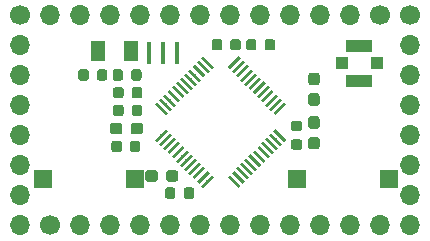
<source format=gts>
G04 #@! TF.GenerationSoftware,KiCad,Pcbnew,5.0.0-rc2-unknown-a288d61~65~ubuntu18.04.1*
G04 #@! TF.CreationDate,2018-06-29T09:55:17+02:00*
G04 #@! TF.ProjectId,STM32_Sensor_V4,53544D33325F53656E736F725F56342E,rev?*
G04 #@! TF.SameCoordinates,Original*
G04 #@! TF.FileFunction,Soldermask,Top*
G04 #@! TF.FilePolarity,Negative*
%FSLAX46Y46*%
G04 Gerber Fmt 4.6, Leading zero omitted, Abs format (unit mm)*
G04 Created by KiCad (PCBNEW 5.0.0-rc2-unknown-a288d61~65~ubuntu18.04.1) date Fri Jun 29 09:55:17 2018*
%MOMM*%
%LPD*%
G01*
G04 APERTURE LIST*
%ADD10R,0.400000X1.900000*%
%ADD11O,1.700000X1.700000*%
%ADD12C,1.700000*%
%ADD13R,1.500000X1.500000*%
%ADD14C,0.100000*%
%ADD15C,0.875000*%
%ADD16C,0.950000*%
%ADD17C,0.250000*%
%ADD18R,1.300000X1.800000*%
%ADD19R,2.200000X1.050000*%
%ADD20R,1.000000X1.000000*%
G04 APERTURE END LIST*
D10*
G04 #@! TO.C,Y2*
X141430000Y-94860000D03*
X140230000Y-94860000D03*
X139030000Y-94860000D03*
G04 #@! TD*
D11*
G04 #@! TO.C,J1*
X128160000Y-109470000D03*
X128160000Y-106930000D03*
X128160000Y-104390000D03*
X128160000Y-101850000D03*
X128160000Y-99310000D03*
X128160000Y-96770000D03*
X128160000Y-94230000D03*
D12*
X128160000Y-91690000D03*
G04 #@! TD*
D11*
G04 #@! TO.C,J4*
X161180000Y-109470000D03*
X161180000Y-106930000D03*
X161180000Y-104390000D03*
X161180000Y-101850000D03*
X161180000Y-99310000D03*
X161180000Y-96770000D03*
X161180000Y-94230000D03*
D12*
X161180000Y-91690000D03*
G04 #@! TD*
G04 #@! TO.C,J2*
X130700000Y-109470000D03*
D11*
X133240000Y-109470000D03*
X135780000Y-109470000D03*
X138320000Y-109470000D03*
X140860000Y-109470000D03*
X143400000Y-109470000D03*
X145940000Y-109470000D03*
X148480000Y-109470000D03*
X151020000Y-109470000D03*
X153560000Y-109470000D03*
X156100000Y-109470000D03*
X158640000Y-109470000D03*
G04 #@! TD*
D12*
G04 #@! TO.C,J3*
X158640000Y-91690000D03*
D11*
X156100000Y-91690000D03*
X153560000Y-91690000D03*
X151020000Y-91690000D03*
X148480000Y-91690000D03*
X145940000Y-91690000D03*
X143400000Y-91690000D03*
X140860000Y-91690000D03*
X138320000Y-91690000D03*
X135780000Y-91690000D03*
X133240000Y-91690000D03*
X130700000Y-91690000D03*
G04 #@! TD*
D13*
G04 #@! TO.C,SW1*
X137840000Y-105600000D03*
X130040000Y-105600000D03*
G04 #@! TD*
D14*
G04 #@! TO.C,C1*
G36*
X136552691Y-102326053D02*
X136573926Y-102329203D01*
X136594750Y-102334419D01*
X136614962Y-102341651D01*
X136634368Y-102350830D01*
X136652781Y-102361866D01*
X136670024Y-102374654D01*
X136685930Y-102389070D01*
X136700346Y-102404976D01*
X136713134Y-102422219D01*
X136724170Y-102440632D01*
X136733349Y-102460038D01*
X136740581Y-102480250D01*
X136745797Y-102501074D01*
X136748947Y-102522309D01*
X136750000Y-102543750D01*
X136750000Y-103056250D01*
X136748947Y-103077691D01*
X136745797Y-103098926D01*
X136740581Y-103119750D01*
X136733349Y-103139962D01*
X136724170Y-103159368D01*
X136713134Y-103177781D01*
X136700346Y-103195024D01*
X136685930Y-103210930D01*
X136670024Y-103225346D01*
X136652781Y-103238134D01*
X136634368Y-103249170D01*
X136614962Y-103258349D01*
X136594750Y-103265581D01*
X136573926Y-103270797D01*
X136552691Y-103273947D01*
X136531250Y-103275000D01*
X136093750Y-103275000D01*
X136072309Y-103273947D01*
X136051074Y-103270797D01*
X136030250Y-103265581D01*
X136010038Y-103258349D01*
X135990632Y-103249170D01*
X135972219Y-103238134D01*
X135954976Y-103225346D01*
X135939070Y-103210930D01*
X135924654Y-103195024D01*
X135911866Y-103177781D01*
X135900830Y-103159368D01*
X135891651Y-103139962D01*
X135884419Y-103119750D01*
X135879203Y-103098926D01*
X135876053Y-103077691D01*
X135875000Y-103056250D01*
X135875000Y-102543750D01*
X135876053Y-102522309D01*
X135879203Y-102501074D01*
X135884419Y-102480250D01*
X135891651Y-102460038D01*
X135900830Y-102440632D01*
X135911866Y-102422219D01*
X135924654Y-102404976D01*
X135939070Y-102389070D01*
X135954976Y-102374654D01*
X135972219Y-102361866D01*
X135990632Y-102350830D01*
X136010038Y-102341651D01*
X136030250Y-102334419D01*
X136051074Y-102329203D01*
X136072309Y-102326053D01*
X136093750Y-102325000D01*
X136531250Y-102325000D01*
X136552691Y-102326053D01*
X136552691Y-102326053D01*
G37*
D15*
X136312500Y-102800000D03*
D14*
G36*
X138127691Y-102326053D02*
X138148926Y-102329203D01*
X138169750Y-102334419D01*
X138189962Y-102341651D01*
X138209368Y-102350830D01*
X138227781Y-102361866D01*
X138245024Y-102374654D01*
X138260930Y-102389070D01*
X138275346Y-102404976D01*
X138288134Y-102422219D01*
X138299170Y-102440632D01*
X138308349Y-102460038D01*
X138315581Y-102480250D01*
X138320797Y-102501074D01*
X138323947Y-102522309D01*
X138325000Y-102543750D01*
X138325000Y-103056250D01*
X138323947Y-103077691D01*
X138320797Y-103098926D01*
X138315581Y-103119750D01*
X138308349Y-103139962D01*
X138299170Y-103159368D01*
X138288134Y-103177781D01*
X138275346Y-103195024D01*
X138260930Y-103210930D01*
X138245024Y-103225346D01*
X138227781Y-103238134D01*
X138209368Y-103249170D01*
X138189962Y-103258349D01*
X138169750Y-103265581D01*
X138148926Y-103270797D01*
X138127691Y-103273947D01*
X138106250Y-103275000D01*
X137668750Y-103275000D01*
X137647309Y-103273947D01*
X137626074Y-103270797D01*
X137605250Y-103265581D01*
X137585038Y-103258349D01*
X137565632Y-103249170D01*
X137547219Y-103238134D01*
X137529976Y-103225346D01*
X137514070Y-103210930D01*
X137499654Y-103195024D01*
X137486866Y-103177781D01*
X137475830Y-103159368D01*
X137466651Y-103139962D01*
X137459419Y-103119750D01*
X137454203Y-103098926D01*
X137451053Y-103077691D01*
X137450000Y-103056250D01*
X137450000Y-102543750D01*
X137451053Y-102522309D01*
X137454203Y-102501074D01*
X137459419Y-102480250D01*
X137466651Y-102460038D01*
X137475830Y-102440632D01*
X137486866Y-102422219D01*
X137499654Y-102404976D01*
X137514070Y-102389070D01*
X137529976Y-102374654D01*
X137547219Y-102361866D01*
X137565632Y-102350830D01*
X137585038Y-102341651D01*
X137605250Y-102334419D01*
X137626074Y-102329203D01*
X137647309Y-102326053D01*
X137668750Y-102325000D01*
X138106250Y-102325000D01*
X138127691Y-102326053D01*
X138127691Y-102326053D01*
G37*
D15*
X137887500Y-102800000D03*
G04 #@! TD*
D14*
G04 #@! TO.C,C2*
G36*
X151827691Y-100626053D02*
X151848926Y-100629203D01*
X151869750Y-100634419D01*
X151889962Y-100641651D01*
X151909368Y-100650830D01*
X151927781Y-100661866D01*
X151945024Y-100674654D01*
X151960930Y-100689070D01*
X151975346Y-100704976D01*
X151988134Y-100722219D01*
X151999170Y-100740632D01*
X152008349Y-100760038D01*
X152015581Y-100780250D01*
X152020797Y-100801074D01*
X152023947Y-100822309D01*
X152025000Y-100843750D01*
X152025000Y-101281250D01*
X152023947Y-101302691D01*
X152020797Y-101323926D01*
X152015581Y-101344750D01*
X152008349Y-101364962D01*
X151999170Y-101384368D01*
X151988134Y-101402781D01*
X151975346Y-101420024D01*
X151960930Y-101435930D01*
X151945024Y-101450346D01*
X151927781Y-101463134D01*
X151909368Y-101474170D01*
X151889962Y-101483349D01*
X151869750Y-101490581D01*
X151848926Y-101495797D01*
X151827691Y-101498947D01*
X151806250Y-101500000D01*
X151293750Y-101500000D01*
X151272309Y-101498947D01*
X151251074Y-101495797D01*
X151230250Y-101490581D01*
X151210038Y-101483349D01*
X151190632Y-101474170D01*
X151172219Y-101463134D01*
X151154976Y-101450346D01*
X151139070Y-101435930D01*
X151124654Y-101420024D01*
X151111866Y-101402781D01*
X151100830Y-101384368D01*
X151091651Y-101364962D01*
X151084419Y-101344750D01*
X151079203Y-101323926D01*
X151076053Y-101302691D01*
X151075000Y-101281250D01*
X151075000Y-100843750D01*
X151076053Y-100822309D01*
X151079203Y-100801074D01*
X151084419Y-100780250D01*
X151091651Y-100760038D01*
X151100830Y-100740632D01*
X151111866Y-100722219D01*
X151124654Y-100704976D01*
X151139070Y-100689070D01*
X151154976Y-100674654D01*
X151172219Y-100661866D01*
X151190632Y-100650830D01*
X151210038Y-100641651D01*
X151230250Y-100634419D01*
X151251074Y-100629203D01*
X151272309Y-100626053D01*
X151293750Y-100625000D01*
X151806250Y-100625000D01*
X151827691Y-100626053D01*
X151827691Y-100626053D01*
G37*
D15*
X151550000Y-101062500D03*
D14*
G36*
X151827691Y-102201053D02*
X151848926Y-102204203D01*
X151869750Y-102209419D01*
X151889962Y-102216651D01*
X151909368Y-102225830D01*
X151927781Y-102236866D01*
X151945024Y-102249654D01*
X151960930Y-102264070D01*
X151975346Y-102279976D01*
X151988134Y-102297219D01*
X151999170Y-102315632D01*
X152008349Y-102335038D01*
X152015581Y-102355250D01*
X152020797Y-102376074D01*
X152023947Y-102397309D01*
X152025000Y-102418750D01*
X152025000Y-102856250D01*
X152023947Y-102877691D01*
X152020797Y-102898926D01*
X152015581Y-102919750D01*
X152008349Y-102939962D01*
X151999170Y-102959368D01*
X151988134Y-102977781D01*
X151975346Y-102995024D01*
X151960930Y-103010930D01*
X151945024Y-103025346D01*
X151927781Y-103038134D01*
X151909368Y-103049170D01*
X151889962Y-103058349D01*
X151869750Y-103065581D01*
X151848926Y-103070797D01*
X151827691Y-103073947D01*
X151806250Y-103075000D01*
X151293750Y-103075000D01*
X151272309Y-103073947D01*
X151251074Y-103070797D01*
X151230250Y-103065581D01*
X151210038Y-103058349D01*
X151190632Y-103049170D01*
X151172219Y-103038134D01*
X151154976Y-103025346D01*
X151139070Y-103010930D01*
X151124654Y-102995024D01*
X151111866Y-102977781D01*
X151100830Y-102959368D01*
X151091651Y-102939962D01*
X151084419Y-102919750D01*
X151079203Y-102898926D01*
X151076053Y-102877691D01*
X151075000Y-102856250D01*
X151075000Y-102418750D01*
X151076053Y-102397309D01*
X151079203Y-102376074D01*
X151084419Y-102355250D01*
X151091651Y-102335038D01*
X151100830Y-102315632D01*
X151111866Y-102297219D01*
X151124654Y-102279976D01*
X151139070Y-102264070D01*
X151154976Y-102249654D01*
X151172219Y-102236866D01*
X151190632Y-102225830D01*
X151210038Y-102216651D01*
X151230250Y-102209419D01*
X151251074Y-102204203D01*
X151272309Y-102201053D01*
X151293750Y-102200000D01*
X151806250Y-102200000D01*
X151827691Y-102201053D01*
X151827691Y-102201053D01*
G37*
D15*
X151550000Y-102637500D03*
G04 #@! TD*
D14*
G04 #@! TO.C,C3*
G36*
X147952691Y-93726053D02*
X147973926Y-93729203D01*
X147994750Y-93734419D01*
X148014962Y-93741651D01*
X148034368Y-93750830D01*
X148052781Y-93761866D01*
X148070024Y-93774654D01*
X148085930Y-93789070D01*
X148100346Y-93804976D01*
X148113134Y-93822219D01*
X148124170Y-93840632D01*
X148133349Y-93860038D01*
X148140581Y-93880250D01*
X148145797Y-93901074D01*
X148148947Y-93922309D01*
X148150000Y-93943750D01*
X148150000Y-94456250D01*
X148148947Y-94477691D01*
X148145797Y-94498926D01*
X148140581Y-94519750D01*
X148133349Y-94539962D01*
X148124170Y-94559368D01*
X148113134Y-94577781D01*
X148100346Y-94595024D01*
X148085930Y-94610930D01*
X148070024Y-94625346D01*
X148052781Y-94638134D01*
X148034368Y-94649170D01*
X148014962Y-94658349D01*
X147994750Y-94665581D01*
X147973926Y-94670797D01*
X147952691Y-94673947D01*
X147931250Y-94675000D01*
X147493750Y-94675000D01*
X147472309Y-94673947D01*
X147451074Y-94670797D01*
X147430250Y-94665581D01*
X147410038Y-94658349D01*
X147390632Y-94649170D01*
X147372219Y-94638134D01*
X147354976Y-94625346D01*
X147339070Y-94610930D01*
X147324654Y-94595024D01*
X147311866Y-94577781D01*
X147300830Y-94559368D01*
X147291651Y-94539962D01*
X147284419Y-94519750D01*
X147279203Y-94498926D01*
X147276053Y-94477691D01*
X147275000Y-94456250D01*
X147275000Y-93943750D01*
X147276053Y-93922309D01*
X147279203Y-93901074D01*
X147284419Y-93880250D01*
X147291651Y-93860038D01*
X147300830Y-93840632D01*
X147311866Y-93822219D01*
X147324654Y-93804976D01*
X147339070Y-93789070D01*
X147354976Y-93774654D01*
X147372219Y-93761866D01*
X147390632Y-93750830D01*
X147410038Y-93741651D01*
X147430250Y-93734419D01*
X147451074Y-93729203D01*
X147472309Y-93726053D01*
X147493750Y-93725000D01*
X147931250Y-93725000D01*
X147952691Y-93726053D01*
X147952691Y-93726053D01*
G37*
D15*
X147712500Y-94200000D03*
D14*
G36*
X149527691Y-93726053D02*
X149548926Y-93729203D01*
X149569750Y-93734419D01*
X149589962Y-93741651D01*
X149609368Y-93750830D01*
X149627781Y-93761866D01*
X149645024Y-93774654D01*
X149660930Y-93789070D01*
X149675346Y-93804976D01*
X149688134Y-93822219D01*
X149699170Y-93840632D01*
X149708349Y-93860038D01*
X149715581Y-93880250D01*
X149720797Y-93901074D01*
X149723947Y-93922309D01*
X149725000Y-93943750D01*
X149725000Y-94456250D01*
X149723947Y-94477691D01*
X149720797Y-94498926D01*
X149715581Y-94519750D01*
X149708349Y-94539962D01*
X149699170Y-94559368D01*
X149688134Y-94577781D01*
X149675346Y-94595024D01*
X149660930Y-94610930D01*
X149645024Y-94625346D01*
X149627781Y-94638134D01*
X149609368Y-94649170D01*
X149589962Y-94658349D01*
X149569750Y-94665581D01*
X149548926Y-94670797D01*
X149527691Y-94673947D01*
X149506250Y-94675000D01*
X149068750Y-94675000D01*
X149047309Y-94673947D01*
X149026074Y-94670797D01*
X149005250Y-94665581D01*
X148985038Y-94658349D01*
X148965632Y-94649170D01*
X148947219Y-94638134D01*
X148929976Y-94625346D01*
X148914070Y-94610930D01*
X148899654Y-94595024D01*
X148886866Y-94577781D01*
X148875830Y-94559368D01*
X148866651Y-94539962D01*
X148859419Y-94519750D01*
X148854203Y-94498926D01*
X148851053Y-94477691D01*
X148850000Y-94456250D01*
X148850000Y-93943750D01*
X148851053Y-93922309D01*
X148854203Y-93901074D01*
X148859419Y-93880250D01*
X148866651Y-93860038D01*
X148875830Y-93840632D01*
X148886866Y-93822219D01*
X148899654Y-93804976D01*
X148914070Y-93789070D01*
X148929976Y-93774654D01*
X148947219Y-93761866D01*
X148965632Y-93750830D01*
X148985038Y-93741651D01*
X149005250Y-93734419D01*
X149026074Y-93729203D01*
X149047309Y-93726053D01*
X149068750Y-93725000D01*
X149506250Y-93725000D01*
X149527691Y-93726053D01*
X149527691Y-93726053D01*
G37*
D15*
X149287500Y-94200000D03*
G04 #@! TD*
D14*
G04 #@! TO.C,C4*
G36*
X141102691Y-106276053D02*
X141123926Y-106279203D01*
X141144750Y-106284419D01*
X141164962Y-106291651D01*
X141184368Y-106300830D01*
X141202781Y-106311866D01*
X141220024Y-106324654D01*
X141235930Y-106339070D01*
X141250346Y-106354976D01*
X141263134Y-106372219D01*
X141274170Y-106390632D01*
X141283349Y-106410038D01*
X141290581Y-106430250D01*
X141295797Y-106451074D01*
X141298947Y-106472309D01*
X141300000Y-106493750D01*
X141300000Y-107006250D01*
X141298947Y-107027691D01*
X141295797Y-107048926D01*
X141290581Y-107069750D01*
X141283349Y-107089962D01*
X141274170Y-107109368D01*
X141263134Y-107127781D01*
X141250346Y-107145024D01*
X141235930Y-107160930D01*
X141220024Y-107175346D01*
X141202781Y-107188134D01*
X141184368Y-107199170D01*
X141164962Y-107208349D01*
X141144750Y-107215581D01*
X141123926Y-107220797D01*
X141102691Y-107223947D01*
X141081250Y-107225000D01*
X140643750Y-107225000D01*
X140622309Y-107223947D01*
X140601074Y-107220797D01*
X140580250Y-107215581D01*
X140560038Y-107208349D01*
X140540632Y-107199170D01*
X140522219Y-107188134D01*
X140504976Y-107175346D01*
X140489070Y-107160930D01*
X140474654Y-107145024D01*
X140461866Y-107127781D01*
X140450830Y-107109368D01*
X140441651Y-107089962D01*
X140434419Y-107069750D01*
X140429203Y-107048926D01*
X140426053Y-107027691D01*
X140425000Y-107006250D01*
X140425000Y-106493750D01*
X140426053Y-106472309D01*
X140429203Y-106451074D01*
X140434419Y-106430250D01*
X140441651Y-106410038D01*
X140450830Y-106390632D01*
X140461866Y-106372219D01*
X140474654Y-106354976D01*
X140489070Y-106339070D01*
X140504976Y-106324654D01*
X140522219Y-106311866D01*
X140540632Y-106300830D01*
X140560038Y-106291651D01*
X140580250Y-106284419D01*
X140601074Y-106279203D01*
X140622309Y-106276053D01*
X140643750Y-106275000D01*
X141081250Y-106275000D01*
X141102691Y-106276053D01*
X141102691Y-106276053D01*
G37*
D15*
X140862500Y-106750000D03*
D14*
G36*
X142677691Y-106276053D02*
X142698926Y-106279203D01*
X142719750Y-106284419D01*
X142739962Y-106291651D01*
X142759368Y-106300830D01*
X142777781Y-106311866D01*
X142795024Y-106324654D01*
X142810930Y-106339070D01*
X142825346Y-106354976D01*
X142838134Y-106372219D01*
X142849170Y-106390632D01*
X142858349Y-106410038D01*
X142865581Y-106430250D01*
X142870797Y-106451074D01*
X142873947Y-106472309D01*
X142875000Y-106493750D01*
X142875000Y-107006250D01*
X142873947Y-107027691D01*
X142870797Y-107048926D01*
X142865581Y-107069750D01*
X142858349Y-107089962D01*
X142849170Y-107109368D01*
X142838134Y-107127781D01*
X142825346Y-107145024D01*
X142810930Y-107160930D01*
X142795024Y-107175346D01*
X142777781Y-107188134D01*
X142759368Y-107199170D01*
X142739962Y-107208349D01*
X142719750Y-107215581D01*
X142698926Y-107220797D01*
X142677691Y-107223947D01*
X142656250Y-107225000D01*
X142218750Y-107225000D01*
X142197309Y-107223947D01*
X142176074Y-107220797D01*
X142155250Y-107215581D01*
X142135038Y-107208349D01*
X142115632Y-107199170D01*
X142097219Y-107188134D01*
X142079976Y-107175346D01*
X142064070Y-107160930D01*
X142049654Y-107145024D01*
X142036866Y-107127781D01*
X142025830Y-107109368D01*
X142016651Y-107089962D01*
X142009419Y-107069750D01*
X142004203Y-107048926D01*
X142001053Y-107027691D01*
X142000000Y-107006250D01*
X142000000Y-106493750D01*
X142001053Y-106472309D01*
X142004203Y-106451074D01*
X142009419Y-106430250D01*
X142016651Y-106410038D01*
X142025830Y-106390632D01*
X142036866Y-106372219D01*
X142049654Y-106354976D01*
X142064070Y-106339070D01*
X142079976Y-106324654D01*
X142097219Y-106311866D01*
X142115632Y-106300830D01*
X142135038Y-106291651D01*
X142155250Y-106284419D01*
X142176074Y-106279203D01*
X142197309Y-106276053D01*
X142218750Y-106275000D01*
X142656250Y-106275000D01*
X142677691Y-106276053D01*
X142677691Y-106276053D01*
G37*
D15*
X142437500Y-106750000D03*
G04 #@! TD*
D14*
G04 #@! TO.C,C5*
G36*
X138277691Y-99276053D02*
X138298926Y-99279203D01*
X138319750Y-99284419D01*
X138339962Y-99291651D01*
X138359368Y-99300830D01*
X138377781Y-99311866D01*
X138395024Y-99324654D01*
X138410930Y-99339070D01*
X138425346Y-99354976D01*
X138438134Y-99372219D01*
X138449170Y-99390632D01*
X138458349Y-99410038D01*
X138465581Y-99430250D01*
X138470797Y-99451074D01*
X138473947Y-99472309D01*
X138475000Y-99493750D01*
X138475000Y-100006250D01*
X138473947Y-100027691D01*
X138470797Y-100048926D01*
X138465581Y-100069750D01*
X138458349Y-100089962D01*
X138449170Y-100109368D01*
X138438134Y-100127781D01*
X138425346Y-100145024D01*
X138410930Y-100160930D01*
X138395024Y-100175346D01*
X138377781Y-100188134D01*
X138359368Y-100199170D01*
X138339962Y-100208349D01*
X138319750Y-100215581D01*
X138298926Y-100220797D01*
X138277691Y-100223947D01*
X138256250Y-100225000D01*
X137818750Y-100225000D01*
X137797309Y-100223947D01*
X137776074Y-100220797D01*
X137755250Y-100215581D01*
X137735038Y-100208349D01*
X137715632Y-100199170D01*
X137697219Y-100188134D01*
X137679976Y-100175346D01*
X137664070Y-100160930D01*
X137649654Y-100145024D01*
X137636866Y-100127781D01*
X137625830Y-100109368D01*
X137616651Y-100089962D01*
X137609419Y-100069750D01*
X137604203Y-100048926D01*
X137601053Y-100027691D01*
X137600000Y-100006250D01*
X137600000Y-99493750D01*
X137601053Y-99472309D01*
X137604203Y-99451074D01*
X137609419Y-99430250D01*
X137616651Y-99410038D01*
X137625830Y-99390632D01*
X137636866Y-99372219D01*
X137649654Y-99354976D01*
X137664070Y-99339070D01*
X137679976Y-99324654D01*
X137697219Y-99311866D01*
X137715632Y-99300830D01*
X137735038Y-99291651D01*
X137755250Y-99284419D01*
X137776074Y-99279203D01*
X137797309Y-99276053D01*
X137818750Y-99275000D01*
X138256250Y-99275000D01*
X138277691Y-99276053D01*
X138277691Y-99276053D01*
G37*
D15*
X138037500Y-99750000D03*
D14*
G36*
X136702691Y-99276053D02*
X136723926Y-99279203D01*
X136744750Y-99284419D01*
X136764962Y-99291651D01*
X136784368Y-99300830D01*
X136802781Y-99311866D01*
X136820024Y-99324654D01*
X136835930Y-99339070D01*
X136850346Y-99354976D01*
X136863134Y-99372219D01*
X136874170Y-99390632D01*
X136883349Y-99410038D01*
X136890581Y-99430250D01*
X136895797Y-99451074D01*
X136898947Y-99472309D01*
X136900000Y-99493750D01*
X136900000Y-100006250D01*
X136898947Y-100027691D01*
X136895797Y-100048926D01*
X136890581Y-100069750D01*
X136883349Y-100089962D01*
X136874170Y-100109368D01*
X136863134Y-100127781D01*
X136850346Y-100145024D01*
X136835930Y-100160930D01*
X136820024Y-100175346D01*
X136802781Y-100188134D01*
X136784368Y-100199170D01*
X136764962Y-100208349D01*
X136744750Y-100215581D01*
X136723926Y-100220797D01*
X136702691Y-100223947D01*
X136681250Y-100225000D01*
X136243750Y-100225000D01*
X136222309Y-100223947D01*
X136201074Y-100220797D01*
X136180250Y-100215581D01*
X136160038Y-100208349D01*
X136140632Y-100199170D01*
X136122219Y-100188134D01*
X136104976Y-100175346D01*
X136089070Y-100160930D01*
X136074654Y-100145024D01*
X136061866Y-100127781D01*
X136050830Y-100109368D01*
X136041651Y-100089962D01*
X136034419Y-100069750D01*
X136029203Y-100048926D01*
X136026053Y-100027691D01*
X136025000Y-100006250D01*
X136025000Y-99493750D01*
X136026053Y-99472309D01*
X136029203Y-99451074D01*
X136034419Y-99430250D01*
X136041651Y-99410038D01*
X136050830Y-99390632D01*
X136061866Y-99372219D01*
X136074654Y-99354976D01*
X136089070Y-99339070D01*
X136104976Y-99324654D01*
X136122219Y-99311866D01*
X136140632Y-99300830D01*
X136160038Y-99291651D01*
X136180250Y-99284419D01*
X136201074Y-99279203D01*
X136222309Y-99276053D01*
X136243750Y-99275000D01*
X136681250Y-99275000D01*
X136702691Y-99276053D01*
X136702691Y-99276053D01*
G37*
D15*
X136462500Y-99750000D03*
G04 #@! TD*
D14*
G04 #@! TO.C,C6*
G36*
X138277691Y-97776053D02*
X138298926Y-97779203D01*
X138319750Y-97784419D01*
X138339962Y-97791651D01*
X138359368Y-97800830D01*
X138377781Y-97811866D01*
X138395024Y-97824654D01*
X138410930Y-97839070D01*
X138425346Y-97854976D01*
X138438134Y-97872219D01*
X138449170Y-97890632D01*
X138458349Y-97910038D01*
X138465581Y-97930250D01*
X138470797Y-97951074D01*
X138473947Y-97972309D01*
X138475000Y-97993750D01*
X138475000Y-98506250D01*
X138473947Y-98527691D01*
X138470797Y-98548926D01*
X138465581Y-98569750D01*
X138458349Y-98589962D01*
X138449170Y-98609368D01*
X138438134Y-98627781D01*
X138425346Y-98645024D01*
X138410930Y-98660930D01*
X138395024Y-98675346D01*
X138377781Y-98688134D01*
X138359368Y-98699170D01*
X138339962Y-98708349D01*
X138319750Y-98715581D01*
X138298926Y-98720797D01*
X138277691Y-98723947D01*
X138256250Y-98725000D01*
X137818750Y-98725000D01*
X137797309Y-98723947D01*
X137776074Y-98720797D01*
X137755250Y-98715581D01*
X137735038Y-98708349D01*
X137715632Y-98699170D01*
X137697219Y-98688134D01*
X137679976Y-98675346D01*
X137664070Y-98660930D01*
X137649654Y-98645024D01*
X137636866Y-98627781D01*
X137625830Y-98609368D01*
X137616651Y-98589962D01*
X137609419Y-98569750D01*
X137604203Y-98548926D01*
X137601053Y-98527691D01*
X137600000Y-98506250D01*
X137600000Y-97993750D01*
X137601053Y-97972309D01*
X137604203Y-97951074D01*
X137609419Y-97930250D01*
X137616651Y-97910038D01*
X137625830Y-97890632D01*
X137636866Y-97872219D01*
X137649654Y-97854976D01*
X137664070Y-97839070D01*
X137679976Y-97824654D01*
X137697219Y-97811866D01*
X137715632Y-97800830D01*
X137735038Y-97791651D01*
X137755250Y-97784419D01*
X137776074Y-97779203D01*
X137797309Y-97776053D01*
X137818750Y-97775000D01*
X138256250Y-97775000D01*
X138277691Y-97776053D01*
X138277691Y-97776053D01*
G37*
D15*
X138037500Y-98250000D03*
D14*
G36*
X136702691Y-97776053D02*
X136723926Y-97779203D01*
X136744750Y-97784419D01*
X136764962Y-97791651D01*
X136784368Y-97800830D01*
X136802781Y-97811866D01*
X136820024Y-97824654D01*
X136835930Y-97839070D01*
X136850346Y-97854976D01*
X136863134Y-97872219D01*
X136874170Y-97890632D01*
X136883349Y-97910038D01*
X136890581Y-97930250D01*
X136895797Y-97951074D01*
X136898947Y-97972309D01*
X136900000Y-97993750D01*
X136900000Y-98506250D01*
X136898947Y-98527691D01*
X136895797Y-98548926D01*
X136890581Y-98569750D01*
X136883349Y-98589962D01*
X136874170Y-98609368D01*
X136863134Y-98627781D01*
X136850346Y-98645024D01*
X136835930Y-98660930D01*
X136820024Y-98675346D01*
X136802781Y-98688134D01*
X136784368Y-98699170D01*
X136764962Y-98708349D01*
X136744750Y-98715581D01*
X136723926Y-98720797D01*
X136702691Y-98723947D01*
X136681250Y-98725000D01*
X136243750Y-98725000D01*
X136222309Y-98723947D01*
X136201074Y-98720797D01*
X136180250Y-98715581D01*
X136160038Y-98708349D01*
X136140632Y-98699170D01*
X136122219Y-98688134D01*
X136104976Y-98675346D01*
X136089070Y-98660930D01*
X136074654Y-98645024D01*
X136061866Y-98627781D01*
X136050830Y-98609368D01*
X136041651Y-98589962D01*
X136034419Y-98569750D01*
X136029203Y-98548926D01*
X136026053Y-98527691D01*
X136025000Y-98506250D01*
X136025000Y-97993750D01*
X136026053Y-97972309D01*
X136029203Y-97951074D01*
X136034419Y-97930250D01*
X136041651Y-97910038D01*
X136050830Y-97890632D01*
X136061866Y-97872219D01*
X136074654Y-97854976D01*
X136089070Y-97839070D01*
X136104976Y-97824654D01*
X136122219Y-97811866D01*
X136140632Y-97800830D01*
X136160038Y-97791651D01*
X136180250Y-97784419D01*
X136201074Y-97779203D01*
X136222309Y-97776053D01*
X136243750Y-97775000D01*
X136681250Y-97775000D01*
X136702691Y-97776053D01*
X136702691Y-97776053D01*
G37*
D15*
X136462500Y-98250000D03*
G04 #@! TD*
D14*
G04 #@! TO.C,C7*
G36*
X145052691Y-93726053D02*
X145073926Y-93729203D01*
X145094750Y-93734419D01*
X145114962Y-93741651D01*
X145134368Y-93750830D01*
X145152781Y-93761866D01*
X145170024Y-93774654D01*
X145185930Y-93789070D01*
X145200346Y-93804976D01*
X145213134Y-93822219D01*
X145224170Y-93840632D01*
X145233349Y-93860038D01*
X145240581Y-93880250D01*
X145245797Y-93901074D01*
X145248947Y-93922309D01*
X145250000Y-93943750D01*
X145250000Y-94456250D01*
X145248947Y-94477691D01*
X145245797Y-94498926D01*
X145240581Y-94519750D01*
X145233349Y-94539962D01*
X145224170Y-94559368D01*
X145213134Y-94577781D01*
X145200346Y-94595024D01*
X145185930Y-94610930D01*
X145170024Y-94625346D01*
X145152781Y-94638134D01*
X145134368Y-94649170D01*
X145114962Y-94658349D01*
X145094750Y-94665581D01*
X145073926Y-94670797D01*
X145052691Y-94673947D01*
X145031250Y-94675000D01*
X144593750Y-94675000D01*
X144572309Y-94673947D01*
X144551074Y-94670797D01*
X144530250Y-94665581D01*
X144510038Y-94658349D01*
X144490632Y-94649170D01*
X144472219Y-94638134D01*
X144454976Y-94625346D01*
X144439070Y-94610930D01*
X144424654Y-94595024D01*
X144411866Y-94577781D01*
X144400830Y-94559368D01*
X144391651Y-94539962D01*
X144384419Y-94519750D01*
X144379203Y-94498926D01*
X144376053Y-94477691D01*
X144375000Y-94456250D01*
X144375000Y-93943750D01*
X144376053Y-93922309D01*
X144379203Y-93901074D01*
X144384419Y-93880250D01*
X144391651Y-93860038D01*
X144400830Y-93840632D01*
X144411866Y-93822219D01*
X144424654Y-93804976D01*
X144439070Y-93789070D01*
X144454976Y-93774654D01*
X144472219Y-93761866D01*
X144490632Y-93750830D01*
X144510038Y-93741651D01*
X144530250Y-93734419D01*
X144551074Y-93729203D01*
X144572309Y-93726053D01*
X144593750Y-93725000D01*
X145031250Y-93725000D01*
X145052691Y-93726053D01*
X145052691Y-93726053D01*
G37*
D15*
X144812500Y-94200000D03*
D14*
G36*
X146627691Y-93726053D02*
X146648926Y-93729203D01*
X146669750Y-93734419D01*
X146689962Y-93741651D01*
X146709368Y-93750830D01*
X146727781Y-93761866D01*
X146745024Y-93774654D01*
X146760930Y-93789070D01*
X146775346Y-93804976D01*
X146788134Y-93822219D01*
X146799170Y-93840632D01*
X146808349Y-93860038D01*
X146815581Y-93880250D01*
X146820797Y-93901074D01*
X146823947Y-93922309D01*
X146825000Y-93943750D01*
X146825000Y-94456250D01*
X146823947Y-94477691D01*
X146820797Y-94498926D01*
X146815581Y-94519750D01*
X146808349Y-94539962D01*
X146799170Y-94559368D01*
X146788134Y-94577781D01*
X146775346Y-94595024D01*
X146760930Y-94610930D01*
X146745024Y-94625346D01*
X146727781Y-94638134D01*
X146709368Y-94649170D01*
X146689962Y-94658349D01*
X146669750Y-94665581D01*
X146648926Y-94670797D01*
X146627691Y-94673947D01*
X146606250Y-94675000D01*
X146168750Y-94675000D01*
X146147309Y-94673947D01*
X146126074Y-94670797D01*
X146105250Y-94665581D01*
X146085038Y-94658349D01*
X146065632Y-94649170D01*
X146047219Y-94638134D01*
X146029976Y-94625346D01*
X146014070Y-94610930D01*
X145999654Y-94595024D01*
X145986866Y-94577781D01*
X145975830Y-94559368D01*
X145966651Y-94539962D01*
X145959419Y-94519750D01*
X145954203Y-94498926D01*
X145951053Y-94477691D01*
X145950000Y-94456250D01*
X145950000Y-93943750D01*
X145951053Y-93922309D01*
X145954203Y-93901074D01*
X145959419Y-93880250D01*
X145966651Y-93860038D01*
X145975830Y-93840632D01*
X145986866Y-93822219D01*
X145999654Y-93804976D01*
X146014070Y-93789070D01*
X146029976Y-93774654D01*
X146047219Y-93761866D01*
X146065632Y-93750830D01*
X146085038Y-93741651D01*
X146105250Y-93734419D01*
X146126074Y-93729203D01*
X146147309Y-93726053D01*
X146168750Y-93725000D01*
X146606250Y-93725000D01*
X146627691Y-93726053D01*
X146627691Y-93726053D01*
G37*
D15*
X146387500Y-94200000D03*
G04 #@! TD*
D14*
G04 #@! TO.C,C8*
G36*
X133752691Y-96276053D02*
X133773926Y-96279203D01*
X133794750Y-96284419D01*
X133814962Y-96291651D01*
X133834368Y-96300830D01*
X133852781Y-96311866D01*
X133870024Y-96324654D01*
X133885930Y-96339070D01*
X133900346Y-96354976D01*
X133913134Y-96372219D01*
X133924170Y-96390632D01*
X133933349Y-96410038D01*
X133940581Y-96430250D01*
X133945797Y-96451074D01*
X133948947Y-96472309D01*
X133950000Y-96493750D01*
X133950000Y-97006250D01*
X133948947Y-97027691D01*
X133945797Y-97048926D01*
X133940581Y-97069750D01*
X133933349Y-97089962D01*
X133924170Y-97109368D01*
X133913134Y-97127781D01*
X133900346Y-97145024D01*
X133885930Y-97160930D01*
X133870024Y-97175346D01*
X133852781Y-97188134D01*
X133834368Y-97199170D01*
X133814962Y-97208349D01*
X133794750Y-97215581D01*
X133773926Y-97220797D01*
X133752691Y-97223947D01*
X133731250Y-97225000D01*
X133293750Y-97225000D01*
X133272309Y-97223947D01*
X133251074Y-97220797D01*
X133230250Y-97215581D01*
X133210038Y-97208349D01*
X133190632Y-97199170D01*
X133172219Y-97188134D01*
X133154976Y-97175346D01*
X133139070Y-97160930D01*
X133124654Y-97145024D01*
X133111866Y-97127781D01*
X133100830Y-97109368D01*
X133091651Y-97089962D01*
X133084419Y-97069750D01*
X133079203Y-97048926D01*
X133076053Y-97027691D01*
X133075000Y-97006250D01*
X133075000Y-96493750D01*
X133076053Y-96472309D01*
X133079203Y-96451074D01*
X133084419Y-96430250D01*
X133091651Y-96410038D01*
X133100830Y-96390632D01*
X133111866Y-96372219D01*
X133124654Y-96354976D01*
X133139070Y-96339070D01*
X133154976Y-96324654D01*
X133172219Y-96311866D01*
X133190632Y-96300830D01*
X133210038Y-96291651D01*
X133230250Y-96284419D01*
X133251074Y-96279203D01*
X133272309Y-96276053D01*
X133293750Y-96275000D01*
X133731250Y-96275000D01*
X133752691Y-96276053D01*
X133752691Y-96276053D01*
G37*
D15*
X133512500Y-96750000D03*
D14*
G36*
X135327691Y-96276053D02*
X135348926Y-96279203D01*
X135369750Y-96284419D01*
X135389962Y-96291651D01*
X135409368Y-96300830D01*
X135427781Y-96311866D01*
X135445024Y-96324654D01*
X135460930Y-96339070D01*
X135475346Y-96354976D01*
X135488134Y-96372219D01*
X135499170Y-96390632D01*
X135508349Y-96410038D01*
X135515581Y-96430250D01*
X135520797Y-96451074D01*
X135523947Y-96472309D01*
X135525000Y-96493750D01*
X135525000Y-97006250D01*
X135523947Y-97027691D01*
X135520797Y-97048926D01*
X135515581Y-97069750D01*
X135508349Y-97089962D01*
X135499170Y-97109368D01*
X135488134Y-97127781D01*
X135475346Y-97145024D01*
X135460930Y-97160930D01*
X135445024Y-97175346D01*
X135427781Y-97188134D01*
X135409368Y-97199170D01*
X135389962Y-97208349D01*
X135369750Y-97215581D01*
X135348926Y-97220797D01*
X135327691Y-97223947D01*
X135306250Y-97225000D01*
X134868750Y-97225000D01*
X134847309Y-97223947D01*
X134826074Y-97220797D01*
X134805250Y-97215581D01*
X134785038Y-97208349D01*
X134765632Y-97199170D01*
X134747219Y-97188134D01*
X134729976Y-97175346D01*
X134714070Y-97160930D01*
X134699654Y-97145024D01*
X134686866Y-97127781D01*
X134675830Y-97109368D01*
X134666651Y-97089962D01*
X134659419Y-97069750D01*
X134654203Y-97048926D01*
X134651053Y-97027691D01*
X134650000Y-97006250D01*
X134650000Y-96493750D01*
X134651053Y-96472309D01*
X134654203Y-96451074D01*
X134659419Y-96430250D01*
X134666651Y-96410038D01*
X134675830Y-96390632D01*
X134686866Y-96372219D01*
X134699654Y-96354976D01*
X134714070Y-96339070D01*
X134729976Y-96324654D01*
X134747219Y-96311866D01*
X134765632Y-96300830D01*
X134785038Y-96291651D01*
X134805250Y-96284419D01*
X134826074Y-96279203D01*
X134847309Y-96276053D01*
X134868750Y-96275000D01*
X135306250Y-96275000D01*
X135327691Y-96276053D01*
X135327691Y-96276053D01*
G37*
D15*
X135087500Y-96750000D03*
G04 #@! TD*
D14*
G04 #@! TO.C,C9*
G36*
X136652691Y-96276053D02*
X136673926Y-96279203D01*
X136694750Y-96284419D01*
X136714962Y-96291651D01*
X136734368Y-96300830D01*
X136752781Y-96311866D01*
X136770024Y-96324654D01*
X136785930Y-96339070D01*
X136800346Y-96354976D01*
X136813134Y-96372219D01*
X136824170Y-96390632D01*
X136833349Y-96410038D01*
X136840581Y-96430250D01*
X136845797Y-96451074D01*
X136848947Y-96472309D01*
X136850000Y-96493750D01*
X136850000Y-97006250D01*
X136848947Y-97027691D01*
X136845797Y-97048926D01*
X136840581Y-97069750D01*
X136833349Y-97089962D01*
X136824170Y-97109368D01*
X136813134Y-97127781D01*
X136800346Y-97145024D01*
X136785930Y-97160930D01*
X136770024Y-97175346D01*
X136752781Y-97188134D01*
X136734368Y-97199170D01*
X136714962Y-97208349D01*
X136694750Y-97215581D01*
X136673926Y-97220797D01*
X136652691Y-97223947D01*
X136631250Y-97225000D01*
X136193750Y-97225000D01*
X136172309Y-97223947D01*
X136151074Y-97220797D01*
X136130250Y-97215581D01*
X136110038Y-97208349D01*
X136090632Y-97199170D01*
X136072219Y-97188134D01*
X136054976Y-97175346D01*
X136039070Y-97160930D01*
X136024654Y-97145024D01*
X136011866Y-97127781D01*
X136000830Y-97109368D01*
X135991651Y-97089962D01*
X135984419Y-97069750D01*
X135979203Y-97048926D01*
X135976053Y-97027691D01*
X135975000Y-97006250D01*
X135975000Y-96493750D01*
X135976053Y-96472309D01*
X135979203Y-96451074D01*
X135984419Y-96430250D01*
X135991651Y-96410038D01*
X136000830Y-96390632D01*
X136011866Y-96372219D01*
X136024654Y-96354976D01*
X136039070Y-96339070D01*
X136054976Y-96324654D01*
X136072219Y-96311866D01*
X136090632Y-96300830D01*
X136110038Y-96291651D01*
X136130250Y-96284419D01*
X136151074Y-96279203D01*
X136172309Y-96276053D01*
X136193750Y-96275000D01*
X136631250Y-96275000D01*
X136652691Y-96276053D01*
X136652691Y-96276053D01*
G37*
D15*
X136412500Y-96750000D03*
D14*
G36*
X138227691Y-96276053D02*
X138248926Y-96279203D01*
X138269750Y-96284419D01*
X138289962Y-96291651D01*
X138309368Y-96300830D01*
X138327781Y-96311866D01*
X138345024Y-96324654D01*
X138360930Y-96339070D01*
X138375346Y-96354976D01*
X138388134Y-96372219D01*
X138399170Y-96390632D01*
X138408349Y-96410038D01*
X138415581Y-96430250D01*
X138420797Y-96451074D01*
X138423947Y-96472309D01*
X138425000Y-96493750D01*
X138425000Y-97006250D01*
X138423947Y-97027691D01*
X138420797Y-97048926D01*
X138415581Y-97069750D01*
X138408349Y-97089962D01*
X138399170Y-97109368D01*
X138388134Y-97127781D01*
X138375346Y-97145024D01*
X138360930Y-97160930D01*
X138345024Y-97175346D01*
X138327781Y-97188134D01*
X138309368Y-97199170D01*
X138289962Y-97208349D01*
X138269750Y-97215581D01*
X138248926Y-97220797D01*
X138227691Y-97223947D01*
X138206250Y-97225000D01*
X137768750Y-97225000D01*
X137747309Y-97223947D01*
X137726074Y-97220797D01*
X137705250Y-97215581D01*
X137685038Y-97208349D01*
X137665632Y-97199170D01*
X137647219Y-97188134D01*
X137629976Y-97175346D01*
X137614070Y-97160930D01*
X137599654Y-97145024D01*
X137586866Y-97127781D01*
X137575830Y-97109368D01*
X137566651Y-97089962D01*
X137559419Y-97069750D01*
X137554203Y-97048926D01*
X137551053Y-97027691D01*
X137550000Y-97006250D01*
X137550000Y-96493750D01*
X137551053Y-96472309D01*
X137554203Y-96451074D01*
X137559419Y-96430250D01*
X137566651Y-96410038D01*
X137575830Y-96390632D01*
X137586866Y-96372219D01*
X137599654Y-96354976D01*
X137614070Y-96339070D01*
X137629976Y-96324654D01*
X137647219Y-96311866D01*
X137665632Y-96300830D01*
X137685038Y-96291651D01*
X137705250Y-96284419D01*
X137726074Y-96279203D01*
X137747309Y-96276053D01*
X137768750Y-96275000D01*
X138206250Y-96275000D01*
X138227691Y-96276053D01*
X138227691Y-96276053D01*
G37*
D15*
X137987500Y-96750000D03*
G04 #@! TD*
D14*
G04 #@! TO.C,R1*
G36*
X138335779Y-100826144D02*
X138358834Y-100829563D01*
X138381443Y-100835227D01*
X138403387Y-100843079D01*
X138424457Y-100853044D01*
X138444448Y-100865026D01*
X138463168Y-100878910D01*
X138480438Y-100894562D01*
X138496090Y-100911832D01*
X138509974Y-100930552D01*
X138521956Y-100950543D01*
X138531921Y-100971613D01*
X138539773Y-100993557D01*
X138545437Y-101016166D01*
X138548856Y-101039221D01*
X138550000Y-101062500D01*
X138550000Y-101537500D01*
X138548856Y-101560779D01*
X138545437Y-101583834D01*
X138539773Y-101606443D01*
X138531921Y-101628387D01*
X138521956Y-101649457D01*
X138509974Y-101669448D01*
X138496090Y-101688168D01*
X138480438Y-101705438D01*
X138463168Y-101721090D01*
X138444448Y-101734974D01*
X138424457Y-101746956D01*
X138403387Y-101756921D01*
X138381443Y-101764773D01*
X138358834Y-101770437D01*
X138335779Y-101773856D01*
X138312500Y-101775000D01*
X137737500Y-101775000D01*
X137714221Y-101773856D01*
X137691166Y-101770437D01*
X137668557Y-101764773D01*
X137646613Y-101756921D01*
X137625543Y-101746956D01*
X137605552Y-101734974D01*
X137586832Y-101721090D01*
X137569562Y-101705438D01*
X137553910Y-101688168D01*
X137540026Y-101669448D01*
X137528044Y-101649457D01*
X137518079Y-101628387D01*
X137510227Y-101606443D01*
X137504563Y-101583834D01*
X137501144Y-101560779D01*
X137500000Y-101537500D01*
X137500000Y-101062500D01*
X137501144Y-101039221D01*
X137504563Y-101016166D01*
X137510227Y-100993557D01*
X137518079Y-100971613D01*
X137528044Y-100950543D01*
X137540026Y-100930552D01*
X137553910Y-100911832D01*
X137569562Y-100894562D01*
X137586832Y-100878910D01*
X137605552Y-100865026D01*
X137625543Y-100853044D01*
X137646613Y-100843079D01*
X137668557Y-100835227D01*
X137691166Y-100829563D01*
X137714221Y-100826144D01*
X137737500Y-100825000D01*
X138312500Y-100825000D01*
X138335779Y-100826144D01*
X138335779Y-100826144D01*
G37*
D16*
X138025000Y-101300000D03*
D14*
G36*
X136585779Y-100826144D02*
X136608834Y-100829563D01*
X136631443Y-100835227D01*
X136653387Y-100843079D01*
X136674457Y-100853044D01*
X136694448Y-100865026D01*
X136713168Y-100878910D01*
X136730438Y-100894562D01*
X136746090Y-100911832D01*
X136759974Y-100930552D01*
X136771956Y-100950543D01*
X136781921Y-100971613D01*
X136789773Y-100993557D01*
X136795437Y-101016166D01*
X136798856Y-101039221D01*
X136800000Y-101062500D01*
X136800000Y-101537500D01*
X136798856Y-101560779D01*
X136795437Y-101583834D01*
X136789773Y-101606443D01*
X136781921Y-101628387D01*
X136771956Y-101649457D01*
X136759974Y-101669448D01*
X136746090Y-101688168D01*
X136730438Y-101705438D01*
X136713168Y-101721090D01*
X136694448Y-101734974D01*
X136674457Y-101746956D01*
X136653387Y-101756921D01*
X136631443Y-101764773D01*
X136608834Y-101770437D01*
X136585779Y-101773856D01*
X136562500Y-101775000D01*
X135987500Y-101775000D01*
X135964221Y-101773856D01*
X135941166Y-101770437D01*
X135918557Y-101764773D01*
X135896613Y-101756921D01*
X135875543Y-101746956D01*
X135855552Y-101734974D01*
X135836832Y-101721090D01*
X135819562Y-101705438D01*
X135803910Y-101688168D01*
X135790026Y-101669448D01*
X135778044Y-101649457D01*
X135768079Y-101628387D01*
X135760227Y-101606443D01*
X135754563Y-101583834D01*
X135751144Y-101560779D01*
X135750000Y-101537500D01*
X135750000Y-101062500D01*
X135751144Y-101039221D01*
X135754563Y-101016166D01*
X135760227Y-100993557D01*
X135768079Y-100971613D01*
X135778044Y-100950543D01*
X135790026Y-100930552D01*
X135803910Y-100911832D01*
X135819562Y-100894562D01*
X135836832Y-100878910D01*
X135855552Y-100865026D01*
X135875543Y-100853044D01*
X135896613Y-100843079D01*
X135918557Y-100835227D01*
X135941166Y-100829563D01*
X135964221Y-100826144D01*
X135987500Y-100825000D01*
X136562500Y-100825000D01*
X136585779Y-100826144D01*
X136585779Y-100826144D01*
G37*
D16*
X136275000Y-101300000D03*
G04 #@! TD*
D14*
G04 #@! TO.C,R2*
G36*
X153285779Y-100251144D02*
X153308834Y-100254563D01*
X153331443Y-100260227D01*
X153353387Y-100268079D01*
X153374457Y-100278044D01*
X153394448Y-100290026D01*
X153413168Y-100303910D01*
X153430438Y-100319562D01*
X153446090Y-100336832D01*
X153459974Y-100355552D01*
X153471956Y-100375543D01*
X153481921Y-100396613D01*
X153489773Y-100418557D01*
X153495437Y-100441166D01*
X153498856Y-100464221D01*
X153500000Y-100487500D01*
X153500000Y-101062500D01*
X153498856Y-101085779D01*
X153495437Y-101108834D01*
X153489773Y-101131443D01*
X153481921Y-101153387D01*
X153471956Y-101174457D01*
X153459974Y-101194448D01*
X153446090Y-101213168D01*
X153430438Y-101230438D01*
X153413168Y-101246090D01*
X153394448Y-101259974D01*
X153374457Y-101271956D01*
X153353387Y-101281921D01*
X153331443Y-101289773D01*
X153308834Y-101295437D01*
X153285779Y-101298856D01*
X153262500Y-101300000D01*
X152787500Y-101300000D01*
X152764221Y-101298856D01*
X152741166Y-101295437D01*
X152718557Y-101289773D01*
X152696613Y-101281921D01*
X152675543Y-101271956D01*
X152655552Y-101259974D01*
X152636832Y-101246090D01*
X152619562Y-101230438D01*
X152603910Y-101213168D01*
X152590026Y-101194448D01*
X152578044Y-101174457D01*
X152568079Y-101153387D01*
X152560227Y-101131443D01*
X152554563Y-101108834D01*
X152551144Y-101085779D01*
X152550000Y-101062500D01*
X152550000Y-100487500D01*
X152551144Y-100464221D01*
X152554563Y-100441166D01*
X152560227Y-100418557D01*
X152568079Y-100396613D01*
X152578044Y-100375543D01*
X152590026Y-100355552D01*
X152603910Y-100336832D01*
X152619562Y-100319562D01*
X152636832Y-100303910D01*
X152655552Y-100290026D01*
X152675543Y-100278044D01*
X152696613Y-100268079D01*
X152718557Y-100260227D01*
X152741166Y-100254563D01*
X152764221Y-100251144D01*
X152787500Y-100250000D01*
X153262500Y-100250000D01*
X153285779Y-100251144D01*
X153285779Y-100251144D01*
G37*
D16*
X153025000Y-100775000D03*
D14*
G36*
X153285779Y-102001144D02*
X153308834Y-102004563D01*
X153331443Y-102010227D01*
X153353387Y-102018079D01*
X153374457Y-102028044D01*
X153394448Y-102040026D01*
X153413168Y-102053910D01*
X153430438Y-102069562D01*
X153446090Y-102086832D01*
X153459974Y-102105552D01*
X153471956Y-102125543D01*
X153481921Y-102146613D01*
X153489773Y-102168557D01*
X153495437Y-102191166D01*
X153498856Y-102214221D01*
X153500000Y-102237500D01*
X153500000Y-102812500D01*
X153498856Y-102835779D01*
X153495437Y-102858834D01*
X153489773Y-102881443D01*
X153481921Y-102903387D01*
X153471956Y-102924457D01*
X153459974Y-102944448D01*
X153446090Y-102963168D01*
X153430438Y-102980438D01*
X153413168Y-102996090D01*
X153394448Y-103009974D01*
X153374457Y-103021956D01*
X153353387Y-103031921D01*
X153331443Y-103039773D01*
X153308834Y-103045437D01*
X153285779Y-103048856D01*
X153262500Y-103050000D01*
X152787500Y-103050000D01*
X152764221Y-103048856D01*
X152741166Y-103045437D01*
X152718557Y-103039773D01*
X152696613Y-103031921D01*
X152675543Y-103021956D01*
X152655552Y-103009974D01*
X152636832Y-102996090D01*
X152619562Y-102980438D01*
X152603910Y-102963168D01*
X152590026Y-102944448D01*
X152578044Y-102924457D01*
X152568079Y-102903387D01*
X152560227Y-102881443D01*
X152554563Y-102858834D01*
X152551144Y-102835779D01*
X152550000Y-102812500D01*
X152550000Y-102237500D01*
X152551144Y-102214221D01*
X152554563Y-102191166D01*
X152560227Y-102168557D01*
X152568079Y-102146613D01*
X152578044Y-102125543D01*
X152590026Y-102105552D01*
X152603910Y-102086832D01*
X152619562Y-102069562D01*
X152636832Y-102053910D01*
X152655552Y-102040026D01*
X152675543Y-102028044D01*
X152696613Y-102018079D01*
X152718557Y-102010227D01*
X152741166Y-102004563D01*
X152764221Y-102001144D01*
X152787500Y-102000000D01*
X153262500Y-102000000D01*
X153285779Y-102001144D01*
X153285779Y-102001144D01*
G37*
D16*
X153025000Y-102525000D03*
G04 #@! TD*
D14*
G04 #@! TO.C,R3*
G36*
X153285779Y-98301144D02*
X153308834Y-98304563D01*
X153331443Y-98310227D01*
X153353387Y-98318079D01*
X153374457Y-98328044D01*
X153394448Y-98340026D01*
X153413168Y-98353910D01*
X153430438Y-98369562D01*
X153446090Y-98386832D01*
X153459974Y-98405552D01*
X153471956Y-98425543D01*
X153481921Y-98446613D01*
X153489773Y-98468557D01*
X153495437Y-98491166D01*
X153498856Y-98514221D01*
X153500000Y-98537500D01*
X153500000Y-99112500D01*
X153498856Y-99135779D01*
X153495437Y-99158834D01*
X153489773Y-99181443D01*
X153481921Y-99203387D01*
X153471956Y-99224457D01*
X153459974Y-99244448D01*
X153446090Y-99263168D01*
X153430438Y-99280438D01*
X153413168Y-99296090D01*
X153394448Y-99309974D01*
X153374457Y-99321956D01*
X153353387Y-99331921D01*
X153331443Y-99339773D01*
X153308834Y-99345437D01*
X153285779Y-99348856D01*
X153262500Y-99350000D01*
X152787500Y-99350000D01*
X152764221Y-99348856D01*
X152741166Y-99345437D01*
X152718557Y-99339773D01*
X152696613Y-99331921D01*
X152675543Y-99321956D01*
X152655552Y-99309974D01*
X152636832Y-99296090D01*
X152619562Y-99280438D01*
X152603910Y-99263168D01*
X152590026Y-99244448D01*
X152578044Y-99224457D01*
X152568079Y-99203387D01*
X152560227Y-99181443D01*
X152554563Y-99158834D01*
X152551144Y-99135779D01*
X152550000Y-99112500D01*
X152550000Y-98537500D01*
X152551144Y-98514221D01*
X152554563Y-98491166D01*
X152560227Y-98468557D01*
X152568079Y-98446613D01*
X152578044Y-98425543D01*
X152590026Y-98405552D01*
X152603910Y-98386832D01*
X152619562Y-98369562D01*
X152636832Y-98353910D01*
X152655552Y-98340026D01*
X152675543Y-98328044D01*
X152696613Y-98318079D01*
X152718557Y-98310227D01*
X152741166Y-98304563D01*
X152764221Y-98301144D01*
X152787500Y-98300000D01*
X153262500Y-98300000D01*
X153285779Y-98301144D01*
X153285779Y-98301144D01*
G37*
D16*
X153025000Y-98825000D03*
D14*
G36*
X153285779Y-96551144D02*
X153308834Y-96554563D01*
X153331443Y-96560227D01*
X153353387Y-96568079D01*
X153374457Y-96578044D01*
X153394448Y-96590026D01*
X153413168Y-96603910D01*
X153430438Y-96619562D01*
X153446090Y-96636832D01*
X153459974Y-96655552D01*
X153471956Y-96675543D01*
X153481921Y-96696613D01*
X153489773Y-96718557D01*
X153495437Y-96741166D01*
X153498856Y-96764221D01*
X153500000Y-96787500D01*
X153500000Y-97362500D01*
X153498856Y-97385779D01*
X153495437Y-97408834D01*
X153489773Y-97431443D01*
X153481921Y-97453387D01*
X153471956Y-97474457D01*
X153459974Y-97494448D01*
X153446090Y-97513168D01*
X153430438Y-97530438D01*
X153413168Y-97546090D01*
X153394448Y-97559974D01*
X153374457Y-97571956D01*
X153353387Y-97581921D01*
X153331443Y-97589773D01*
X153308834Y-97595437D01*
X153285779Y-97598856D01*
X153262500Y-97600000D01*
X152787500Y-97600000D01*
X152764221Y-97598856D01*
X152741166Y-97595437D01*
X152718557Y-97589773D01*
X152696613Y-97581921D01*
X152675543Y-97571956D01*
X152655552Y-97559974D01*
X152636832Y-97546090D01*
X152619562Y-97530438D01*
X152603910Y-97513168D01*
X152590026Y-97494448D01*
X152578044Y-97474457D01*
X152568079Y-97453387D01*
X152560227Y-97431443D01*
X152554563Y-97408834D01*
X152551144Y-97385779D01*
X152550000Y-97362500D01*
X152550000Y-96787500D01*
X152551144Y-96764221D01*
X152554563Y-96741166D01*
X152560227Y-96718557D01*
X152568079Y-96696613D01*
X152578044Y-96675543D01*
X152590026Y-96655552D01*
X152603910Y-96636832D01*
X152619562Y-96619562D01*
X152636832Y-96603910D01*
X152655552Y-96590026D01*
X152675543Y-96578044D01*
X152696613Y-96568079D01*
X152718557Y-96560227D01*
X152741166Y-96554563D01*
X152764221Y-96551144D01*
X152787500Y-96550000D01*
X153262500Y-96550000D01*
X153285779Y-96551144D01*
X153285779Y-96551144D01*
G37*
D16*
X153025000Y-97075000D03*
G04 #@! TD*
D14*
G04 #@! TO.C,R4*
G36*
X139585779Y-104826144D02*
X139608834Y-104829563D01*
X139631443Y-104835227D01*
X139653387Y-104843079D01*
X139674457Y-104853044D01*
X139694448Y-104865026D01*
X139713168Y-104878910D01*
X139730438Y-104894562D01*
X139746090Y-104911832D01*
X139759974Y-104930552D01*
X139771956Y-104950543D01*
X139781921Y-104971613D01*
X139789773Y-104993557D01*
X139795437Y-105016166D01*
X139798856Y-105039221D01*
X139800000Y-105062500D01*
X139800000Y-105537500D01*
X139798856Y-105560779D01*
X139795437Y-105583834D01*
X139789773Y-105606443D01*
X139781921Y-105628387D01*
X139771956Y-105649457D01*
X139759974Y-105669448D01*
X139746090Y-105688168D01*
X139730438Y-105705438D01*
X139713168Y-105721090D01*
X139694448Y-105734974D01*
X139674457Y-105746956D01*
X139653387Y-105756921D01*
X139631443Y-105764773D01*
X139608834Y-105770437D01*
X139585779Y-105773856D01*
X139562500Y-105775000D01*
X138987500Y-105775000D01*
X138964221Y-105773856D01*
X138941166Y-105770437D01*
X138918557Y-105764773D01*
X138896613Y-105756921D01*
X138875543Y-105746956D01*
X138855552Y-105734974D01*
X138836832Y-105721090D01*
X138819562Y-105705438D01*
X138803910Y-105688168D01*
X138790026Y-105669448D01*
X138778044Y-105649457D01*
X138768079Y-105628387D01*
X138760227Y-105606443D01*
X138754563Y-105583834D01*
X138751144Y-105560779D01*
X138750000Y-105537500D01*
X138750000Y-105062500D01*
X138751144Y-105039221D01*
X138754563Y-105016166D01*
X138760227Y-104993557D01*
X138768079Y-104971613D01*
X138778044Y-104950543D01*
X138790026Y-104930552D01*
X138803910Y-104911832D01*
X138819562Y-104894562D01*
X138836832Y-104878910D01*
X138855552Y-104865026D01*
X138875543Y-104853044D01*
X138896613Y-104843079D01*
X138918557Y-104835227D01*
X138941166Y-104829563D01*
X138964221Y-104826144D01*
X138987500Y-104825000D01*
X139562500Y-104825000D01*
X139585779Y-104826144D01*
X139585779Y-104826144D01*
G37*
D16*
X139275000Y-105300000D03*
D14*
G36*
X141335779Y-104826144D02*
X141358834Y-104829563D01*
X141381443Y-104835227D01*
X141403387Y-104843079D01*
X141424457Y-104853044D01*
X141444448Y-104865026D01*
X141463168Y-104878910D01*
X141480438Y-104894562D01*
X141496090Y-104911832D01*
X141509974Y-104930552D01*
X141521956Y-104950543D01*
X141531921Y-104971613D01*
X141539773Y-104993557D01*
X141545437Y-105016166D01*
X141548856Y-105039221D01*
X141550000Y-105062500D01*
X141550000Y-105537500D01*
X141548856Y-105560779D01*
X141545437Y-105583834D01*
X141539773Y-105606443D01*
X141531921Y-105628387D01*
X141521956Y-105649457D01*
X141509974Y-105669448D01*
X141496090Y-105688168D01*
X141480438Y-105705438D01*
X141463168Y-105721090D01*
X141444448Y-105734974D01*
X141424457Y-105746956D01*
X141403387Y-105756921D01*
X141381443Y-105764773D01*
X141358834Y-105770437D01*
X141335779Y-105773856D01*
X141312500Y-105775000D01*
X140737500Y-105775000D01*
X140714221Y-105773856D01*
X140691166Y-105770437D01*
X140668557Y-105764773D01*
X140646613Y-105756921D01*
X140625543Y-105746956D01*
X140605552Y-105734974D01*
X140586832Y-105721090D01*
X140569562Y-105705438D01*
X140553910Y-105688168D01*
X140540026Y-105669448D01*
X140528044Y-105649457D01*
X140518079Y-105628387D01*
X140510227Y-105606443D01*
X140504563Y-105583834D01*
X140501144Y-105560779D01*
X140500000Y-105537500D01*
X140500000Y-105062500D01*
X140501144Y-105039221D01*
X140504563Y-105016166D01*
X140510227Y-104993557D01*
X140518079Y-104971613D01*
X140528044Y-104950543D01*
X140540026Y-104930552D01*
X140553910Y-104911832D01*
X140569562Y-104894562D01*
X140586832Y-104878910D01*
X140605552Y-104865026D01*
X140625543Y-104853044D01*
X140646613Y-104843079D01*
X140668557Y-104835227D01*
X140691166Y-104829563D01*
X140714221Y-104826144D01*
X140737500Y-104825000D01*
X141312500Y-104825000D01*
X141335779Y-104826144D01*
X141335779Y-104826144D01*
G37*
D16*
X141025000Y-105300000D03*
G04 #@! TD*
D17*
G04 #@! TO.C,U1*
X143993629Y-95704542D03*
D14*
G36*
X143445621Y-95333311D02*
X143622398Y-95156534D01*
X144541637Y-96075773D01*
X144364860Y-96252550D01*
X143445621Y-95333311D01*
X143445621Y-95333311D01*
G37*
D17*
X143640076Y-96058095D03*
D14*
G36*
X143092068Y-95686864D02*
X143268845Y-95510087D01*
X144188084Y-96429326D01*
X144011307Y-96606103D01*
X143092068Y-95686864D01*
X143092068Y-95686864D01*
G37*
D17*
X143286522Y-96411649D03*
D14*
G36*
X142738514Y-96040418D02*
X142915291Y-95863641D01*
X143834530Y-96782880D01*
X143657753Y-96959657D01*
X142738514Y-96040418D01*
X142738514Y-96040418D01*
G37*
D17*
X142932969Y-96765202D03*
D14*
G36*
X142384961Y-96393971D02*
X142561738Y-96217194D01*
X143480977Y-97136433D01*
X143304200Y-97313210D01*
X142384961Y-96393971D01*
X142384961Y-96393971D01*
G37*
D17*
X142579416Y-97118755D03*
D14*
G36*
X142031408Y-96747524D02*
X142208185Y-96570747D01*
X143127424Y-97489986D01*
X142950647Y-97666763D01*
X142031408Y-96747524D01*
X142031408Y-96747524D01*
G37*
D17*
X142225862Y-97472309D03*
D14*
G36*
X141677854Y-97101078D02*
X141854631Y-96924301D01*
X142773870Y-97843540D01*
X142597093Y-98020317D01*
X141677854Y-97101078D01*
X141677854Y-97101078D01*
G37*
D17*
X141872309Y-97825862D03*
D14*
G36*
X141324301Y-97454631D02*
X141501078Y-97277854D01*
X142420317Y-98197093D01*
X142243540Y-98373870D01*
X141324301Y-97454631D01*
X141324301Y-97454631D01*
G37*
D17*
X141518755Y-98179416D03*
D14*
G36*
X140970747Y-97808185D02*
X141147524Y-97631408D01*
X142066763Y-98550647D01*
X141889986Y-98727424D01*
X140970747Y-97808185D01*
X140970747Y-97808185D01*
G37*
D17*
X141165202Y-98532969D03*
D14*
G36*
X140617194Y-98161738D02*
X140793971Y-97984961D01*
X141713210Y-98904200D01*
X141536433Y-99080977D01*
X140617194Y-98161738D01*
X140617194Y-98161738D01*
G37*
D17*
X140811649Y-98886522D03*
D14*
G36*
X140263641Y-98515291D02*
X140440418Y-98338514D01*
X141359657Y-99257753D01*
X141182880Y-99434530D01*
X140263641Y-98515291D01*
X140263641Y-98515291D01*
G37*
D17*
X140458095Y-99240076D03*
D14*
G36*
X139910087Y-98868845D02*
X140086864Y-98692068D01*
X141006103Y-99611307D01*
X140829326Y-99788084D01*
X139910087Y-98868845D01*
X139910087Y-98868845D01*
G37*
D17*
X140104542Y-99593629D03*
D14*
G36*
X139556534Y-99222398D02*
X139733311Y-99045621D01*
X140652550Y-99964860D01*
X140475773Y-100141637D01*
X139556534Y-99222398D01*
X139556534Y-99222398D01*
G37*
D17*
X140104542Y-101856371D03*
D14*
G36*
X139733311Y-102404379D02*
X139556534Y-102227602D01*
X140475773Y-101308363D01*
X140652550Y-101485140D01*
X139733311Y-102404379D01*
X139733311Y-102404379D01*
G37*
D17*
X140458095Y-102209924D03*
D14*
G36*
X140086864Y-102757932D02*
X139910087Y-102581155D01*
X140829326Y-101661916D01*
X141006103Y-101838693D01*
X140086864Y-102757932D01*
X140086864Y-102757932D01*
G37*
D17*
X140811649Y-102563478D03*
D14*
G36*
X140440418Y-103111486D02*
X140263641Y-102934709D01*
X141182880Y-102015470D01*
X141359657Y-102192247D01*
X140440418Y-103111486D01*
X140440418Y-103111486D01*
G37*
D17*
X141165202Y-102917031D03*
D14*
G36*
X140793971Y-103465039D02*
X140617194Y-103288262D01*
X141536433Y-102369023D01*
X141713210Y-102545800D01*
X140793971Y-103465039D01*
X140793971Y-103465039D01*
G37*
D17*
X141518755Y-103270584D03*
D14*
G36*
X141147524Y-103818592D02*
X140970747Y-103641815D01*
X141889986Y-102722576D01*
X142066763Y-102899353D01*
X141147524Y-103818592D01*
X141147524Y-103818592D01*
G37*
D17*
X141872309Y-103624138D03*
D14*
G36*
X141501078Y-104172146D02*
X141324301Y-103995369D01*
X142243540Y-103076130D01*
X142420317Y-103252907D01*
X141501078Y-104172146D01*
X141501078Y-104172146D01*
G37*
D17*
X142225862Y-103977691D03*
D14*
G36*
X141854631Y-104525699D02*
X141677854Y-104348922D01*
X142597093Y-103429683D01*
X142773870Y-103606460D01*
X141854631Y-104525699D01*
X141854631Y-104525699D01*
G37*
D17*
X142579416Y-104331245D03*
D14*
G36*
X142208185Y-104879253D02*
X142031408Y-104702476D01*
X142950647Y-103783237D01*
X143127424Y-103960014D01*
X142208185Y-104879253D01*
X142208185Y-104879253D01*
G37*
D17*
X142932969Y-104684798D03*
D14*
G36*
X142561738Y-105232806D02*
X142384961Y-105056029D01*
X143304200Y-104136790D01*
X143480977Y-104313567D01*
X142561738Y-105232806D01*
X142561738Y-105232806D01*
G37*
D17*
X143286522Y-105038351D03*
D14*
G36*
X142915291Y-105586359D02*
X142738514Y-105409582D01*
X143657753Y-104490343D01*
X143834530Y-104667120D01*
X142915291Y-105586359D01*
X142915291Y-105586359D01*
G37*
D17*
X143640076Y-105391905D03*
D14*
G36*
X143268845Y-105939913D02*
X143092068Y-105763136D01*
X144011307Y-104843897D01*
X144188084Y-105020674D01*
X143268845Y-105939913D01*
X143268845Y-105939913D01*
G37*
D17*
X143993629Y-105745458D03*
D14*
G36*
X143622398Y-106293466D02*
X143445621Y-106116689D01*
X144364860Y-105197450D01*
X144541637Y-105374227D01*
X143622398Y-106293466D01*
X143622398Y-106293466D01*
G37*
D17*
X146256371Y-105745458D03*
D14*
G36*
X145708363Y-105374227D02*
X145885140Y-105197450D01*
X146804379Y-106116689D01*
X146627602Y-106293466D01*
X145708363Y-105374227D01*
X145708363Y-105374227D01*
G37*
D17*
X146609924Y-105391905D03*
D14*
G36*
X146061916Y-105020674D02*
X146238693Y-104843897D01*
X147157932Y-105763136D01*
X146981155Y-105939913D01*
X146061916Y-105020674D01*
X146061916Y-105020674D01*
G37*
D17*
X146963478Y-105038351D03*
D14*
G36*
X146415470Y-104667120D02*
X146592247Y-104490343D01*
X147511486Y-105409582D01*
X147334709Y-105586359D01*
X146415470Y-104667120D01*
X146415470Y-104667120D01*
G37*
D17*
X147317031Y-104684798D03*
D14*
G36*
X146769023Y-104313567D02*
X146945800Y-104136790D01*
X147865039Y-105056029D01*
X147688262Y-105232806D01*
X146769023Y-104313567D01*
X146769023Y-104313567D01*
G37*
D17*
X147670584Y-104331245D03*
D14*
G36*
X147122576Y-103960014D02*
X147299353Y-103783237D01*
X148218592Y-104702476D01*
X148041815Y-104879253D01*
X147122576Y-103960014D01*
X147122576Y-103960014D01*
G37*
D17*
X148024138Y-103977691D03*
D14*
G36*
X147476130Y-103606460D02*
X147652907Y-103429683D01*
X148572146Y-104348922D01*
X148395369Y-104525699D01*
X147476130Y-103606460D01*
X147476130Y-103606460D01*
G37*
D17*
X148377691Y-103624138D03*
D14*
G36*
X147829683Y-103252907D02*
X148006460Y-103076130D01*
X148925699Y-103995369D01*
X148748922Y-104172146D01*
X147829683Y-103252907D01*
X147829683Y-103252907D01*
G37*
D17*
X148731245Y-103270584D03*
D14*
G36*
X148183237Y-102899353D02*
X148360014Y-102722576D01*
X149279253Y-103641815D01*
X149102476Y-103818592D01*
X148183237Y-102899353D01*
X148183237Y-102899353D01*
G37*
D17*
X149084798Y-102917031D03*
D14*
G36*
X148536790Y-102545800D02*
X148713567Y-102369023D01*
X149632806Y-103288262D01*
X149456029Y-103465039D01*
X148536790Y-102545800D01*
X148536790Y-102545800D01*
G37*
D17*
X149438351Y-102563478D03*
D14*
G36*
X148890343Y-102192247D02*
X149067120Y-102015470D01*
X149986359Y-102934709D01*
X149809582Y-103111486D01*
X148890343Y-102192247D01*
X148890343Y-102192247D01*
G37*
D17*
X149791905Y-102209924D03*
D14*
G36*
X149243897Y-101838693D02*
X149420674Y-101661916D01*
X150339913Y-102581155D01*
X150163136Y-102757932D01*
X149243897Y-101838693D01*
X149243897Y-101838693D01*
G37*
D17*
X150145458Y-101856371D03*
D14*
G36*
X149597450Y-101485140D02*
X149774227Y-101308363D01*
X150693466Y-102227602D01*
X150516689Y-102404379D01*
X149597450Y-101485140D01*
X149597450Y-101485140D01*
G37*
D17*
X150145458Y-99593629D03*
D14*
G36*
X149774227Y-100141637D02*
X149597450Y-99964860D01*
X150516689Y-99045621D01*
X150693466Y-99222398D01*
X149774227Y-100141637D01*
X149774227Y-100141637D01*
G37*
D17*
X149791905Y-99240076D03*
D14*
G36*
X149420674Y-99788084D02*
X149243897Y-99611307D01*
X150163136Y-98692068D01*
X150339913Y-98868845D01*
X149420674Y-99788084D01*
X149420674Y-99788084D01*
G37*
D17*
X149438351Y-98886522D03*
D14*
G36*
X149067120Y-99434530D02*
X148890343Y-99257753D01*
X149809582Y-98338514D01*
X149986359Y-98515291D01*
X149067120Y-99434530D01*
X149067120Y-99434530D01*
G37*
D17*
X149084798Y-98532969D03*
D14*
G36*
X148713567Y-99080977D02*
X148536790Y-98904200D01*
X149456029Y-97984961D01*
X149632806Y-98161738D01*
X148713567Y-99080977D01*
X148713567Y-99080977D01*
G37*
D17*
X148731245Y-98179416D03*
D14*
G36*
X148360014Y-98727424D02*
X148183237Y-98550647D01*
X149102476Y-97631408D01*
X149279253Y-97808185D01*
X148360014Y-98727424D01*
X148360014Y-98727424D01*
G37*
D17*
X148377691Y-97825862D03*
D14*
G36*
X148006460Y-98373870D02*
X147829683Y-98197093D01*
X148748922Y-97277854D01*
X148925699Y-97454631D01*
X148006460Y-98373870D01*
X148006460Y-98373870D01*
G37*
D17*
X148024138Y-97472309D03*
D14*
G36*
X147652907Y-98020317D02*
X147476130Y-97843540D01*
X148395369Y-96924301D01*
X148572146Y-97101078D01*
X147652907Y-98020317D01*
X147652907Y-98020317D01*
G37*
D17*
X147670584Y-97118755D03*
D14*
G36*
X147299353Y-97666763D02*
X147122576Y-97489986D01*
X148041815Y-96570747D01*
X148218592Y-96747524D01*
X147299353Y-97666763D01*
X147299353Y-97666763D01*
G37*
D17*
X147317031Y-96765202D03*
D14*
G36*
X146945800Y-97313210D02*
X146769023Y-97136433D01*
X147688262Y-96217194D01*
X147865039Y-96393971D01*
X146945800Y-97313210D01*
X146945800Y-97313210D01*
G37*
D17*
X146963478Y-96411649D03*
D14*
G36*
X146592247Y-96959657D02*
X146415470Y-96782880D01*
X147334709Y-95863641D01*
X147511486Y-96040418D01*
X146592247Y-96959657D01*
X146592247Y-96959657D01*
G37*
D17*
X146609924Y-96058095D03*
D14*
G36*
X146238693Y-96606103D02*
X146061916Y-96429326D01*
X146981155Y-95510087D01*
X147157932Y-95686864D01*
X146238693Y-96606103D01*
X146238693Y-96606103D01*
G37*
D17*
X146256371Y-95704542D03*
D14*
G36*
X145885140Y-96252550D02*
X145708363Y-96075773D01*
X146627602Y-95156534D01*
X146804379Y-95333311D01*
X145885140Y-96252550D01*
X145885140Y-96252550D01*
G37*
G04 #@! TD*
D18*
G04 #@! TO.C,Y1*
X137550000Y-94750000D03*
X134750000Y-94750000D03*
G04 #@! TD*
D19*
G04 #@! TO.C,J5*
X156860000Y-97245000D03*
X156860000Y-94295000D03*
D20*
X155360000Y-95770000D03*
X158360000Y-95770000D03*
G04 #@! TD*
D13*
G04 #@! TO.C,SW2*
X151590000Y-105590000D03*
X159390000Y-105590000D03*
G04 #@! TD*
M02*

</source>
